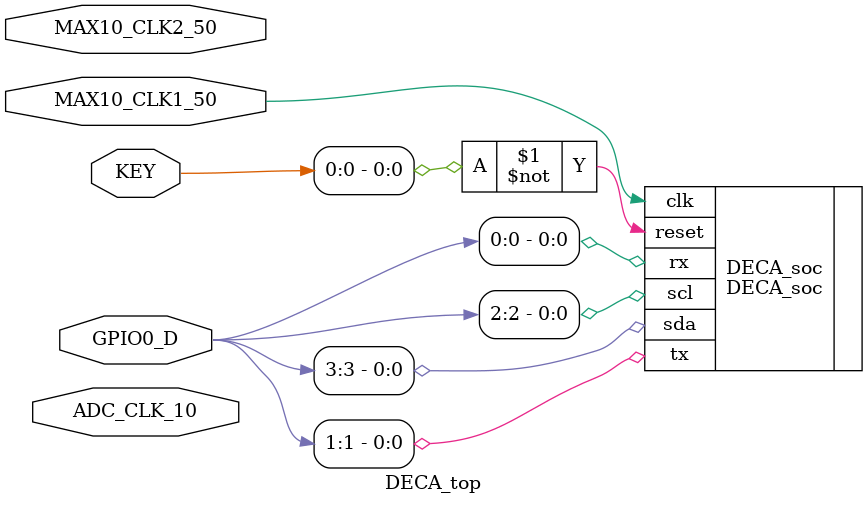
<source format=sv>


module DECA_top(

    //////////// CLOCK //////////
    input   logic          ADC_CLK_10,
    input   logic          MAX10_CLK1_50,
    input   logic          MAX10_CLK2_50,

    //////////// KEY //////////
    input   logic  [1:0]   KEY,

    //////////// LED //////////
    // output  logic  [7:0]   LED,

    //////////// CapSense Button //////////
    // inout   logic          CAP_SENSE_I2C_SCL,
    // inout   logic          CAP_SENSE_I2C_SDA,

    //////////// Audio //////////
    // inout   logic          AUDIO_BCLK,
    // output  logic          AUDIO_DIN_MFP1,
    // input   logic          AUDIO_DOUT_MFP2,
    // inout   logic          AUDIO_GPIO_MFP5,
    // output  logic          AUDIO_MCLK,
    // input   logic          AUDIO_MISO_MFP4,
    // inout   logic          AUDIO_RESET_n,
    // output  logic          AUDIO_SCL_SS_n,
    // output  logic          AUDIO_SCLK_MFP3,
    // inout   logic          AUDIO_SDA_MOSI,
    // output  logic          AUDIO_SPI_SELECT,
    // inout   logic          AUDIO_WCLK,

    //////////// SDRAM //////////
    // output  logic  [14:0]  DDR3_A,
    // output  logic   [2:0]  DDR3_BA,
    // output  logic          DDR3_CAS_n,
    // inout   logic          DDR3_CK_n,
    // inout   logic          DDR3_CK_p,
    // output  logic          DDR3_CKE,
    // input   logic          DDR3_CLK_50,
    // output  logic          DDR3_CS_n,
    // output  logic   [1:0]  DDR3_DM,
    // inout   logic  [15:0]  DDR3_DQ,
    // inout   logic   [1:0]  DDR3_DQS_n,
    // inout   logic   [1:0]  DDR3_DQS_p,
    // output  logic          DDR3_ODT,
    // output  logic          DDR3_RAS_n,
    // output  logic          DDR3_RESET_n,
    // output  logic          DDR3_WE_n,

    //////////// Flash //////////
    // inout   logic   [3:0]  FLASH_DATA,
    // output  logic          FLASH_DCLK,
    // output  logic          FLASH_NCSO,
    // output  logic          FLASH_RESET_n,

    //////////// G-Sensor //////////
    // output  logic          G_SENSOR_CS_n,
    // input   logic          G_SENSOR_INT1,
    // input   logic          G_SENSOR_INT2,
    // inout   logic          G_SENSOR_SCLK,
    // inout   logic          G_SENSOR_SDI,
    // inout   logic          G_SENSOR_SDO,

    //////////// HDMI-TX //////////
    // inout   logic          HDMI_I2C_SCL,
    // inout   logic          HDMI_I2C_SDA,
    // inout   logic   [3:0]  HDMI_I2S,
    // inout   logic          HDMI_LRCLK,
    // inout   logic          HDMI_MCLK,
    // inout   logic          HDMI_SCLK,
    // output  logic          HDMI_TX_CLK,
    // output  logic  [23:0]  HDMI_TX_D,
    // output  logic          HDMI_TX_DE,
    // output  logic          HDMI_TX_HS,
    // input   logic          HDMI_TX_INT,
    // output  logic          HDMI_TX_VS,

    //////////// Light Sensor //////////
    // output  logic          LIGHT_I2C_SCL,
    // inout   logic          LIGHT_I2C_SDA,
    // inout   logic          LIGHT_INT,

    //////////// MIPI //////////
    // output  logic          MIPI_CORE_EN,
    // output  logic          MIPI_I2C_SCL,
    // inout   logic          MIPI_I2C_SDA,
    // input   logic          MIPI_LP_MC_n,
    // input   logic          MIPI_LP_MC_p,
    // input   logic   [3:0]  MIPI_LP_MD_n,
    // input   logic   [3:0]  MIPI_LP_MD_p,
    // input   logic          MIPI_MC_p,
    // output  logic          MIPI_MCLK,
    // input   logic   [3:0]  MIPI_MD_p,
    // output  logic          MIPI_RESET_n,
    // output  logic          MIPI_WP,

    //////////// Ethernet //////////
    // input   logic          NET_COL,
    // input   logic          NET_CRS,
    // output  logic          NET_MDC,
    // inout   logic          NET_MDIO,
    // output  logic          NET_PCF_EN,
    // output  logic          NET_RESET_n,
    // input   logic          NET_RX_CLK,
    // input   logic          NET_RX_DV,
    // input   logic          NET_RX_ER,
    // input   logic   [3:0]  NET_RXD,
    // input   logic          NET_TX_CLK,
    // output  logic          NET_TX_EN,
    // output  logic   [3:0]  NET_TXD,

    // //////////// Power Monitor //////////
    // input   logic          PMONITOR_ALERT,
    // output  logic          PMONITOR_I2C_SCL,
    // inout   logic          PMONITOR_I2C_SDA,

    //////////// Humidity and Temperature Sensor //////////
    // input   logic          RH_TEMP_DRDY_n,
    // output  logic          RH_TEMP_I2C_SCL,
    // inout   logic          RH_TEMP_I2C_SDA,

    //////////// MicroSD Card //////////
    // output  logic          SD_CLK,
    // inout   logic          SD_CMD,
    // output  logic          SD_CMD_DIR,
    // output  logic          SD_D0_DIR,
    // inout   logic          SD_D123_DIR,
    // inout   logic   [3:0]  SD_DAT,
    // input   logic          SD_FB_CLK,
    // output  logic          SD_SEL,

    //////////// SW //////////
    // input   logic   [1:0]  SW,

    //////////// Board Temperature Sensor //////////
    // output  logic          TEMP_CS_n,
    // output  logic          TEMP_SC,
    // inout   logic          TEMP_SIO,

    //////////// USB //////////
    // input   logic          USB_CLKIN,
    // output  logic          USB_CS,
    // inout   logic   [7:0]  USB_DATA,
    // input   logic          USB_DIR,
    // input   logic          USB_FAULT_n,
    // input   logic          USB_NXT,
    // output  logic          USB_RESET_n,
    // output  logic          USB_STP,

    //////////// BBB Conector //////////
    // input   logic          BBB_PWR_BUT,
    // input   logic          BBB_SYS_RESET_n,
    inout   wire   [43:0]  GPIO0_D
    //inout   logic  [22:0]  GPIO1_D
);


    DECA_soc
    DECA_soc(
        .clk           (MAX10_CLK1_50),
        .reset         (~KEY[0]),
        .rx            (GPIO0_D[0]),
        .tx            (GPIO0_D[1]),
        .scl           (GPIO0_D[2]),
        .sda           (GPIO0_D[3])
    );


endmodule

</source>
